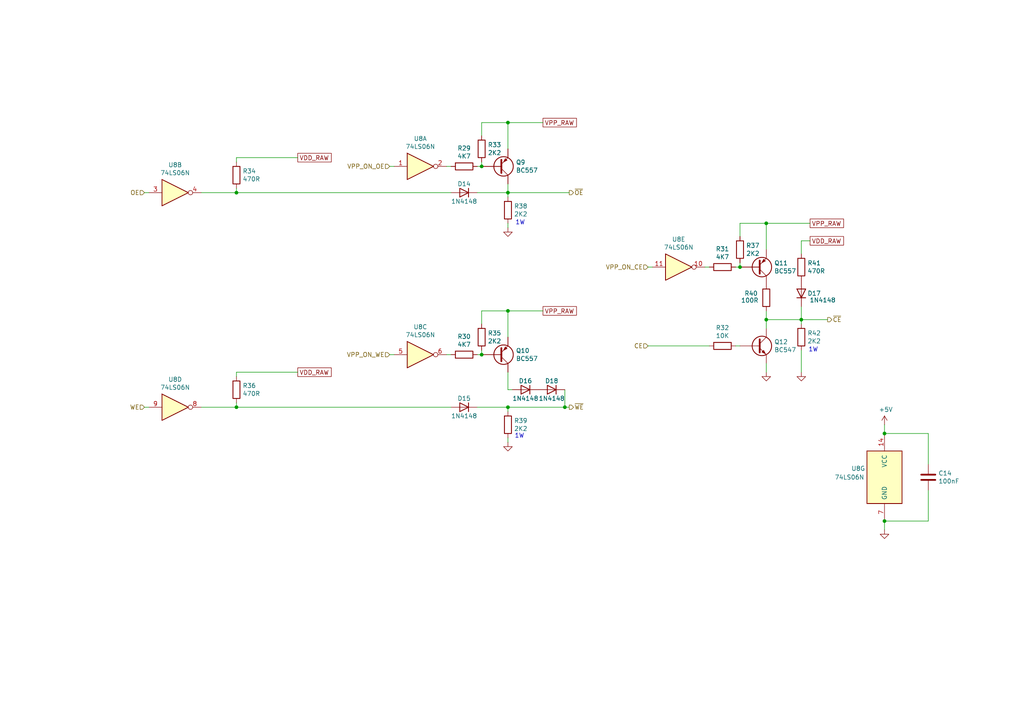
<source format=kicad_sch>
(kicad_sch (version 20231120) (generator "eeschema") (generator_version "8.0")
  (paper "A4")
  (title_block (title "USB Flash/EPROM Programmer") (date "2024-02-01") (rev "v0.3.0") (company "Robson Martins") (comment 1 "https://usbflashprog.robsonmartins.com"))
  (lib_symbols
    (symbol "74xx:74LS06N" (pin_names (offset 1.016))
      (property "Reference" "U" (at 0 1.27 0))
      (property "Value" "74LS06N" (at 0 -1.27 0))
      (symbol "74LS06N_1_0"
        (polyline (pts (xy -3.81 3.81) (xy -3.81 -3.81) (xy 3.81 0) (xy -3.81 3.81)) (stroke (width 0.254)) (fill (type background)))
        (pin input line (at -7.62 0 0) (length 3.81) (name "~") (number "1"))
        (pin open_collector inverted (at 7.62 0 180) (length 3.81) (name "~") (number "2"))
      )
      (symbol "74LS06N_2_0"
        (polyline (pts (xy -3.81 3.81) (xy -3.81 -3.81) (xy 3.81 0) (xy -3.81 3.81)) (stroke (width 0.254)) (fill (type background)))
        (pin input line (at -7.62 0 0) (length 3.81) (name "~") (number "3"))
        (pin open_collector inverted (at 7.62 0 180) (length 3.81) (name "~") (number "4"))
      )
      (symbol "74LS06N_3_0"
        (polyline (pts (xy -3.81 3.81) (xy -3.81 -3.81) (xy 3.81 0) (xy -3.81 3.81)) (stroke (width 0.254)) (fill (type background)))
        (pin input line (at -7.62 0 0) (length 3.81) (name "~") (number "5"))
        (pin open_collector inverted (at 7.62 0 180) (length 3.81) (name "~") (number "6"))
      )
      (symbol "74LS06N_4_0"
        (polyline (pts (xy -3.81 3.81) (xy -3.81 -3.81) (xy 3.81 0) (xy -3.81 3.81)) (stroke (width 0.254)) (fill (type background)))
        (pin open_collector inverted (at 7.62 0 180) (length 3.81) (name "~") (number "8"))
        (pin input line (at -7.62 0 0) (length 3.81) (name "~") (number "9"))
      )
      (symbol "74LS06N_5_0"
        (polyline (pts (xy -3.81 3.81) (xy -3.81 -3.81) (xy 3.81 0) (xy -3.81 3.81)) (stroke (width 0.254)) (fill (type background)))
        (pin open_collector inverted (at 7.62 0 180) (length 3.81) (name "~") (number "10"))
        (pin input line (at -7.62 0 0) (length 3.81) (name "~") (number "11"))
      )
      (symbol "74LS06N_6_0"
        (polyline (pts (xy -3.81 3.81) (xy -3.81 -3.81) (xy 3.81 0) (xy -3.81 3.81)) (stroke (width 0.254)) (fill (type background)))
        (pin open_collector inverted (at 7.62 0 180) (length 3.81) (name "~") (number "12"))
        (pin input line (at -7.62 0 0) (length 3.81) (name "~") (number "13"))
      )
      (symbol "74LS06N_7_0"
        (pin power_in line (at 0 12.7 270) (length 5.08) (name "VCC") (number "14"))
        (pin power_in line (at 0 -12.7 90) (length 5.08) (name "GND") (number "7"))
      )
      (symbol "74LS06N_7_1"
        (rectangle (start -5.08 7.62) (end 5.08 -7.62) (stroke (width 0.254)) (fill (type background)))
      )
    )
    (symbol "BC557_1" (pin_numbers hide) (pin_names (offset 0) hide)
      (property "Reference" "Q" (at 5.08 1.905 0))
      (property "Value" "BC557_1" (at 5.08 0 0))
      (symbol "BC557_1_0_1"
        (polyline (pts (xy 0.635 0.635) (xy 2.54 2.54)))
        (polyline (pts (xy 0.635 -0.635) (xy 2.54 -2.54) (xy 2.54 -2.54)))
        (polyline (pts (xy 0.635 1.905) (xy 0.635 -1.905) (xy 0.635 -1.905)) (stroke (width 0.508)))
        (polyline (pts (xy 2.286 -1.778) (xy 1.778 -2.286) (xy 1.27 -1.27) (xy 2.286 -1.778) (xy 2.286 -1.778)) (fill (type outline)))
        (circle (center 1.27 0) (radius 2.8194) (stroke (width 0.254)))
      )
      (symbol "BC557_1_1_1"
        (pin passive line (at 2.54 5.08 270) (length 2.54) (name "C") (number "1"))
        (pin input line (at -5.08 0 0) (length 5.715) (name "B") (number "2"))
        (pin passive line (at 2.54 -5.08 90) (length 2.54) (name "E") (number "3"))
      )
    )
    (symbol "BC557_2" (pin_numbers hide) (pin_names (offset 0) hide)
      (property "Reference" "Q" (at 5.08 1.905 0))
      (property "Value" "BC557_2" (at 5.08 0 0))
      (symbol "BC557_2_0_1"
        (polyline (pts (xy 0.635 0.635) (xy 2.54 2.54)))
        (polyline (pts (xy 0.635 -0.635) (xy 2.54 -2.54) (xy 2.54 -2.54)))
        (polyline (pts (xy 0.635 1.905) (xy 0.635 -1.905) (xy 0.635 -1.905)) (stroke (width 0.508)))
        (polyline (pts (xy 2.286 -1.778) (xy 1.778 -2.286) (xy 1.27 -1.27) (xy 2.286 -1.778) (xy 2.286 -1.778)) (fill (type outline)))
        (circle (center 1.27 0) (radius 2.8194) (stroke (width 0.254)))
      )
      (symbol "BC557_2_1_1"
        (pin passive line (at 2.54 5.08 270) (length 2.54) (name "C") (number "1"))
        (pin input line (at -5.08 0 0) (length 5.715) (name "B") (number "2"))
        (pin passive line (at 2.54 -5.08 90) (length 2.54) (name "E") (number "3"))
      )
    )
    (symbol "Device:C" (pin_numbers hide) (pin_names (offset 0.254))
      (property "Reference" "C" (at 0.635 2.54 0))
      (property "Value" "C" (at 0.635 -2.54 0))
      (symbol "C_0_1"
        (polyline (pts (xy -2.032 -0.762) (xy 2.032 -0.762)) (stroke (width 0.508)))
        (polyline (pts (xy -2.032 0.762) (xy 2.032 0.762)) (stroke (width 0.508)))
      )
      (symbol "C_1_1"
        (pin passive line (at 0 3.81 270) (length 2.794) (name "~") (number "1"))
        (pin passive line (at 0 -3.81 90) (length 2.794) (name "~") (number "2"))
      )
    )
    (symbol "Device:R" (pin_numbers hide) (pin_names (offset 0))
      (property "Reference" "R" (at 2.032 0 90))
      (property "Value" "R" (at 0 0 90))
      (symbol "R_0_1"
        (rectangle (start -1.016 -2.54) (end 1.016 2.54) (stroke (width 0.254)))
      )
      (symbol "R_1_1"
        (pin passive line (at 0 3.81 270) (length 1.27) (name "~") (number "1"))
        (pin passive line (at 0 -3.81 90) (length 1.27) (name "~") (number "2"))
      )
    )
    (symbol "Diode:1N4148" (pin_numbers hide) (pin_names (offset 1.016) hide)
      (property "Reference" "D" (at 0 2.54 0))
      (property "Value" "1N4148" (at 0 -2.54 0))
      (symbol "1N4148_0_1"
        (polyline (pts (xy -1.27 1.27) (xy -1.27 -1.27)) (stroke (width 0.254)))
        (polyline (pts (xy 1.27 0) (xy -1.27 0)))
        (polyline (pts (xy 1.27 1.27) (xy 1.27 -1.27) (xy -1.27 0) (xy 1.27 1.27)) (stroke (width 0.254)))
      )
      (symbol "1N4148_1_1"
        (pin passive line (at -3.81 0 0) (length 2.54) (name "K") (number "1"))
        (pin passive line (at 3.81 0 180) (length 2.54) (name "A") (number "2"))
      )
    )
    (symbol "Transistor_BJT:BC547" (pin_numbers hide) (pin_names (offset 0) hide)
      (property "Reference" "Q" (at 5.08 1.905 0))
      (property "Value" "BC547" (at 5.08 0 0))
      (symbol "BC547_0_1"
        (polyline (pts (xy 0 0) (xy 0.635 0)))
        (polyline (pts (xy 0.635 0.635) (xy 2.54 2.54)))
        (polyline (pts (xy 0.635 -0.635) (xy 2.54 -2.54) (xy 2.54 -2.54)))
        (polyline (pts (xy 0.635 1.905) (xy 0.635 -1.905) (xy 0.635 -1.905)) (stroke (width 0.508)))
        (polyline (pts (xy 1.27 -1.778) (xy 1.778 -1.27) (xy 2.286 -2.286) (xy 1.27 -1.778) (xy 1.27 -1.778)) (fill (type outline)))
        (circle (center 1.27 0) (radius 2.8194) (stroke (width 0.254)))
      )
      (symbol "BC547_1_1"
        (pin passive line (at 2.54 5.08 270) (length 2.54) (name "C") (number "1"))
        (pin input line (at -5.08 0 0) (length 5.08) (name "B") (number "2"))
        (pin passive line (at 2.54 -5.08 90) (length 2.54) (name "E") (number "3"))
      )
    )
    (symbol "Transistor_BJT:BC557" (pin_numbers hide) (pin_names (offset 0) hide)
      (property "Reference" "Q" (at 5.08 1.905 0))
      (property "Value" "BC557" (at 5.08 0 0))
      (symbol "BC557_0_1"
        (polyline (pts (xy 0.635 0.635) (xy 2.54 2.54)))
        (polyline (pts (xy 0.635 -0.635) (xy 2.54 -2.54) (xy 2.54 -2.54)))
        (polyline (pts (xy 0.635 1.905) (xy 0.635 -1.905) (xy 0.635 -1.905)) (stroke (width 0.508)))
        (polyline (pts (xy 2.286 -1.778) (xy 1.778 -2.286) (xy 1.27 -1.27) (xy 2.286 -1.778) (xy 2.286 -1.778)) (fill (type outline)))
        (circle (center 1.27 0) (radius 2.8194) (stroke (width 0.254)))
      )
      (symbol "BC557_1_1"
        (pin passive line (at 2.54 5.08 270) (length 2.54) (name "C") (number "1"))
        (pin input line (at -5.08 0 0) (length 5.715) (name "B") (number "2"))
        (pin passive line (at 2.54 -5.08 90) (length 2.54) (name "E") (number "3"))
      )
    )
    (symbol "power:+5V" (power) (pin_names (offset 0))
      (property "Value" "+5V" (at 0 3.556 0))
      (symbol "+5V_0_1"
        (polyline (pts (xy -0.762 1.27) (xy 0 2.54)))
        (polyline (pts (xy 0 0) (xy 0 2.54)))
        (polyline (pts (xy 0 2.54) (xy 0.762 1.27)))
      )
      (symbol "+5V_1_1"
        (pin power_in line (at 0 0 90) (length 0) hide (name "+5V") (number "1"))
      )
    )
    (symbol "power:GND" (power) (pin_names (offset 0))
      (property "Value" "GND" (at 0 -3.81 0))
      (symbol "GND_0_1"
        (polyline (pts (xy 0 0) (xy 0 -1.27) (xy 1.27 -1.27) (xy 0 -2.54) (xy -1.27 -1.27) (xy 0 -1.27)))
      )
      (symbol "GND_1_1"
        (pin power_in line (at 0 0 270) (length 0) hide (name "GND") (number "1"))
      )
    )
  )
  (junction (at 147.32 118.11))
  (junction (at 147.32 55.88))
  (junction (at 256.54 125.73))
  (junction (at 147.32 90.17))
  (junction (at 68.58 118.11))
  (junction (at 163.83 118.11))
  (junction (at 214.63 77.47))
  (junction (at 68.58 55.88))
  (junction (at 147.32 35.56))
  (junction (at 256.54 151.13))
  (junction (at 232.41 92.71))
  (junction (at 222.25 64.77))
  (junction (at 139.7 48.26))
  (junction (at 222.25 92.71))
  (junction (at 139.7 102.87))
  (wire (pts (xy 222.25 95.25) (xy 222.25 92.71)))
  (wire (pts (xy 139.7 90.17) (xy 147.32 90.17)))
  (wire (pts (xy 222.25 64.77) (xy 234.95 64.77)))
  (wire (pts (xy 147.32 55.88) (xy 147.32 57.15)))
  (wire (pts (xy 147.32 55.88) (xy 165.1 55.88)))
  (wire (pts (xy 68.58 54.61) (xy 68.58 55.88)))
  (wire (pts (xy 269.24 151.13) (xy 269.24 142.24)))
  (wire (pts (xy 138.43 55.88) (xy 147.32 55.88)))
  (wire (pts (xy 139.7 35.56) (xy 139.7 39.37)))
  (wire (pts (xy 129.54 102.87) (xy 130.81 102.87)))
  (wire (pts (xy 222.25 92.71) (xy 232.41 92.71)))
  (wire (pts (xy 232.41 69.85) (xy 232.41 73.66)))
  (wire (pts (xy 147.32 127) (xy 147.32 128.27)))
  (wire (pts (xy 68.58 45.72) (xy 86.36 45.72)))
  (wire (pts (xy 68.58 107.95) (xy 86.36 107.95)))
  (wire (pts (xy 213.36 77.47) (xy 214.63 77.47)))
  (wire (pts (xy 163.83 113.03) (xy 163.83 118.11)))
  (wire (pts (xy 232.41 101.6) (xy 232.41 107.95)))
  (wire (pts (xy 138.43 48.26) (xy 139.7 48.26)))
  (wire (pts (xy 147.32 35.56) (xy 157.48 35.56)))
  (wire (pts (xy 256.54 151.13) (xy 269.24 151.13)))
  (wire (pts (xy 269.24 125.73) (xy 269.24 134.62)))
  (wire (pts (xy 41.91 55.88) (xy 43.18 55.88)))
  (wire (pts (xy 147.32 118.11) (xy 163.83 118.11)))
  (wire (pts (xy 68.58 55.88) (xy 130.81 55.88)))
  (wire (pts (xy 139.7 101.6) (xy 139.7 102.87)))
  (wire (pts (xy 187.96 77.47) (xy 189.23 77.47)))
  (wire (pts (xy 147.32 90.17) (xy 147.32 97.79)))
  (wire (pts (xy 147.32 53.34) (xy 147.32 55.88)))
  (wire (pts (xy 187.96 100.33) (xy 205.74 100.33)))
  (wire (pts (xy 41.91 118.11) (xy 43.18 118.11)))
  (wire (pts (xy 147.32 113.03) (xy 148.59 113.03)))
  (wire (pts (xy 232.41 69.85) (xy 234.95 69.85)))
  (wire (pts (xy 232.41 93.98) (xy 232.41 92.71)))
  (wire (pts (xy 147.32 118.11) (xy 147.32 119.38)))
  (wire (pts (xy 163.83 118.11) (xy 165.1 118.11)))
  (wire (pts (xy 232.41 92.71) (xy 240.03 92.71)))
  (wire (pts (xy 139.7 35.56) (xy 147.32 35.56)))
  (wire (pts (xy 68.58 118.11) (xy 130.81 118.11)))
  (wire (pts (xy 147.32 107.95) (xy 147.32 113.03)))
  (wire (pts (xy 256.54 153.67) (xy 256.54 151.13)))
  (wire (pts (xy 147.32 64.77) (xy 147.32 66.04)))
  (wire (pts (xy 68.58 116.84) (xy 68.58 118.11)))
  (wire (pts (xy 58.42 55.88) (xy 68.58 55.88)))
  (wire (pts (xy 213.36 100.33) (xy 214.63 100.33)))
  (wire (pts (xy 68.58 109.22) (xy 68.58 107.95)))
  (wire (pts (xy 139.7 46.99) (xy 139.7 48.26)))
  (wire (pts (xy 139.7 90.17) (xy 139.7 93.98)))
  (wire (pts (xy 204.47 77.47) (xy 205.74 77.47)))
  (wire (pts (xy 68.58 46.99) (xy 68.58 45.72)))
  (wire (pts (xy 222.25 105.41) (xy 222.25 107.95)))
  (wire (pts (xy 256.54 125.73) (xy 269.24 125.73)))
  (wire (pts (xy 147.32 35.56) (xy 147.32 43.18)))
  (wire (pts (xy 222.25 90.17) (xy 222.25 92.71)))
  (wire (pts (xy 58.42 118.11) (xy 68.58 118.11)))
  (wire (pts (xy 214.63 76.2) (xy 214.63 77.47)))
  (wire (pts (xy 214.63 64.77) (xy 214.63 68.58)))
  (wire (pts (xy 113.03 102.87) (xy 114.3 102.87)))
  (wire (pts (xy 232.41 88.9) (xy 232.41 92.71)))
  (wire (pts (xy 113.03 48.26) (xy 114.3 48.26)))
  (wire (pts (xy 214.63 64.77) (xy 222.25 64.77)))
  (wire (pts (xy 256.54 125.73) (xy 256.54 123.19)))
  (wire (pts (xy 129.54 48.26) (xy 130.81 48.26)))
  (wire (pts (xy 138.43 118.11) (xy 147.32 118.11)))
  (wire (pts (xy 222.25 64.77) (xy 222.25 72.39)))
  (wire (pts (xy 147.32 90.17) (xy 157.48 90.17)))
  (wire (pts (xy 138.43 102.87) (xy 139.7 102.87)))
  (text "1W" (at 234.4573 102.2384 0) (effects (font (size 1.27 1.27)) (justify left bottom)))
  (text "1W" (at 149.2446 127.2591 0) (effects (font (size 1.27 1.27)) (justify left bottom)))
  (text "1W" (at 149.4538 65.3726 0) (effects (font (size 1.27 1.27)) (justify left bottom)))
  (global_label "VPP_RAW" (shape passive) (at 234.95 64.77 0) (property "Intersheetrefs" "${INTERSHEET_REFS}" (effects (hide yes))))
  (global_label "VDD_RAW" (shape passive) (at 234.95 69.85 0) (property "Intersheetrefs" "${INTERSHEET_REFS}" (effects (hide yes))))
  (global_label "VDD_RAW" (shape passive) (at 86.36 107.95 0) (property "Intersheetrefs" "${INTERSHEET_REFS}" (effects (hide yes))))
  (global_label "VPP_RAW" (shape passive) (at 157.48 35.56 0) (property "Intersheetrefs" "${INTERSHEET_REFS}" (effects (hide yes))))
  (global_label "VDD_RAW" (shape passive) (at 86.36 45.72 0) (property "Intersheetrefs" "${INTERSHEET_REFS}" (effects (hide yes))))
  (global_label "VPP_RAW" (shape passive) (at 157.48 90.17 0) (property "Intersheetrefs" "${INTERSHEET_REFS}" (effects (hide yes))))
  (hierarchical_label "~{WE}" (shape output) (at 165.1 118.11 0))
  (hierarchical_label "WE" (shape input) (at 41.91 118.11 180))
  (hierarchical_label "~{CE}" (shape output) (at 240.03 92.71 0))
  (hierarchical_label "VPP_ON_CE" (shape input) (at 187.96 77.47 180))
  (hierarchical_label "OE" (shape input) (at 41.91 55.88 180))
  (hierarchical_label "VPP_ON_WE" (shape input) (at 113.03 102.87 180))
  (hierarchical_label "VPP_ON_OE" (shape input) (at 113.03 48.26 180))
  (hierarchical_label "~{OE}" (shape output) (at 165.1 55.88 0))
  (hierarchical_label "CE" (shape input) (at 187.96 100.33 180))
  (symbol (lib_id "74xx:74LS06N") (at 121.92 48.26 0) (unit 1)
    (property "Reference" "U8" (at 121.92 40.2082 0))
    (property "Value" "74LS06N" (at 121.92 42.5196 0))
    (property "Footprint" "Package_DIP:DIP-14_W7.62mm" (effects (hide yes)))
    (property "Datasheet" "http://www.ti.com/lit/gpn/sn74LS06N" (effects (hide yes)))
  )
  (symbol (lib_id "Device:R") (at 134.62 48.26 90) (unit 1)
    (property "Reference" "R29" (at 134.62 43.0022 90))
    (property "Value" "4K7" (at 134.62 45.3136 90))
    (property "Footprint" "Resistor_THT:R_Axial_DIN0204_L3.6mm_D1.6mm_P7.62mm_Horizontal" (effects (hide yes)))
  )
  (symbol (lib_id "Device:R") (at 139.7 43.18 0) (unit 1)
    (property "Reference" "R33" (at 141.478 42.0116 0) (effects (justify left)))
    (property "Value" "2K2" (at 141.478 44.323 0) (effects (justify left)))
    (property "Footprint" "Resistor_THT:R_Axial_DIN0204_L3.6mm_D1.6mm_P7.62mm_Horizontal" (effects (hide yes)))
  )
  (symbol (lib_id "Device:R") (at 147.32 60.96 0) (unit 1)
    (property "Reference" "R38" (at 149.098 59.7916 0) (effects (justify left)))
    (property "Value" "2K2" (at 149.098 62.103 0) (effects (justify left)))
    (property "Footprint" "Resistor_THT:R_Axial_DIN0204_L3.6mm_D1.6mm_P7.62mm_Horizontal" (effects (hide yes)))
  )
  (symbol (lib_id "Diode:1N4148") (at 134.62 55.88 180) (unit 1)
    (property "Reference" "D14" (at 134.62 53.34 0))
    (property "Value" "1N4148" (at 134.62 58.42 0))
    (property "Footprint" "Diode_THT:D_DO-34_SOD68_P7.62mm_Horizontal" (effects (hide yes)))
    (property "Datasheet" "https://assets.nexperia.com/documents/data-sheet/1N4148_1N4448.pdf" (effects (hide yes)))
  )
  (symbol (lib_name "BC557_1") (lib_id "Transistor_BJT:BC557") (at 144.78 48.26 0) (mirror x) (unit 1)
    (property "Reference" "Q9" (at 149.6314 47.0916 0) (effects (justify left)))
    (property "Value" "BC557" (at 149.6314 49.403 0) (effects (justify left)))
    (property "Footprint" "Package_TO_SOT_THT:TO-92_Inline_Wide" (effects (hide yes)))
    (property "Datasheet" "https://www.onsemi.com/pub/Collateral/BC556BTA-D.pdf" (effects (hide yes)))
  )
  (symbol (lib_id "power:GND") (at 147.32 66.04 0) (unit 1)
    (property "Reference" "#PWR052" (effects (hide yes)))
    (property "Value" "GND" (effects (hide yes)))
  )
  (symbol (lib_id "Device:R") (at 68.58 50.8 0) (unit 1)
    (property "Reference" "R34" (at 70.358 49.6316 0) (effects (justify left)))
    (property "Value" "470R" (at 70.358 51.943 0) (effects (justify left)))
    (property "Footprint" "Resistor_THT:R_Axial_DIN0204_L3.6mm_D1.6mm_P7.62mm_Horizontal" (effects (hide yes)))
  )
  (symbol (lib_id "74xx:74LS06N") (at 50.8 55.88 0) (unit 2)
    (property "Reference" "U8" (at 50.8 47.8282 0))
    (property "Value" "74LS06N" (at 50.8 50.1396 0))
    (property "Footprint" "Package_DIP:DIP-14_W7.62mm" (effects (hide yes)))
    (property "Datasheet" "http://www.ti.com/lit/gpn/sn74LS06N" (effects (hide yes)))
  )
  (symbol (lib_id "74xx:74LS06N") (at 121.92 102.87 0) (unit 3)
    (property "Reference" "U8" (at 121.92 94.8182 0))
    (property "Value" "74LS06N" (at 121.92 97.1296 0))
    (property "Footprint" "Package_DIP:DIP-14_W7.62mm" (effects (hide yes)))
    (property "Datasheet" "http://www.ti.com/lit/gpn/sn74LS06N" (effects (hide yes)))
  )
  (symbol (lib_id "Device:R") (at 134.62 102.87 90) (unit 1)
    (property "Reference" "R30" (at 134.62 97.6122 90))
    (property "Value" "4K7" (at 134.62 99.9236 90))
    (property "Footprint" "Resistor_THT:R_Axial_DIN0204_L3.6mm_D1.6mm_P7.62mm_Horizontal" (effects (hide yes)))
  )
  (symbol (lib_id "Device:R") (at 139.7 97.79 0) (unit 1)
    (property "Reference" "R35" (at 141.478 96.6216 0) (effects (justify left)))
    (property "Value" "2K2" (at 141.478 98.933 0) (effects (justify left)))
    (property "Footprint" "Resistor_THT:R_Axial_DIN0204_L3.6mm_D1.6mm_P7.62mm_Horizontal" (effects (hide yes)))
  )
  (symbol (lib_id "Device:R") (at 147.32 123.19 0) (unit 1)
    (property "Reference" "R39" (at 149.098 122.0216 0) (effects (justify left)))
    (property "Value" "2K2" (at 149.098 124.333 0) (effects (justify left)))
    (property "Footprint" "Resistor_THT:R_Axial_DIN0204_L3.6mm_D1.6mm_P7.62mm_Horizontal" (effects (hide yes)))
  )
  (symbol (lib_id "Diode:1N4148") (at 134.62 118.11 180) (unit 1)
    (property "Reference" "D15" (at 134.62 115.57 0))
    (property "Value" "1N4148" (at 134.62 120.65 0))
    (property "Footprint" "Diode_THT:D_DO-34_SOD68_P7.62mm_Horizontal" (effects (hide yes)))
    (property "Datasheet" "https://assets.nexperia.com/documents/data-sheet/1N4148_1N4448.pdf" (effects (hide yes)))
  )
  (symbol (lib_name "BC557_2") (lib_id "Transistor_BJT:BC557") (at 144.78 102.87 0) (mirror x) (unit 1)
    (property "Reference" "Q10" (at 149.6314 101.7016 0) (effects (justify left)))
    (property "Value" "BC557" (at 149.6314 104.013 0) (effects (justify left)))
    (property "Footprint" "Package_TO_SOT_THT:TO-92_Inline_Wide" (effects (hide yes)))
    (property "Datasheet" "https://www.onsemi.com/pub/Collateral/BC556BTA-D.pdf" (effects (hide yes)))
  )
  (symbol (lib_id "power:GND") (at 147.32 128.27 0) (unit 1)
    (property "Reference" "#PWR053" (effects (hide yes)))
    (property "Value" "GND" (effects (hide yes)))
  )
  (symbol (lib_id "Device:R") (at 68.58 113.03 0) (unit 1)
    (property "Reference" "R36" (at 70.358 111.8616 0) (effects (justify left)))
    (property "Value" "470R" (at 70.358 114.173 0) (effects (justify left)))
    (property "Footprint" "Resistor_THT:R_Axial_DIN0204_L3.6mm_D1.6mm_P7.62mm_Horizontal" (effects (hide yes)))
  )
  (symbol (lib_id "74xx:74LS06N") (at 50.8 118.11 0) (unit 4)
    (property "Reference" "U8" (at 50.8 110.0582 0))
    (property "Value" "74LS06N" (at 50.8 112.3696 0))
    (property "Footprint" "Package_DIP:DIP-14_W7.62mm" (effects (hide yes)))
    (property "Datasheet" "http://www.ti.com/lit/gpn/sn74LS06N" (effects (hide yes)))
  )
  (symbol (lib_id "Diode:1N4148") (at 152.4 113.03 180) (unit 1)
    (property "Reference" "D16" (at 152.4 110.49 0))
    (property "Value" "1N4148" (at 152.4 115.57 0))
    (property "Footprint" "Diode_THT:D_DO-34_SOD68_P7.62mm_Horizontal" (effects (hide yes)))
    (property "Datasheet" "https://assets.nexperia.com/documents/data-sheet/1N4148_1N4448.pdf" (effects (hide yes)))
  )
  (symbol (lib_id "Diode:1N4148") (at 160.02 113.03 180) (unit 1)
    (property "Reference" "D18" (at 160.02 110.49 0))
    (property "Value" "1N4148" (at 160.02 115.57 0))
    (property "Footprint" "Diode_THT:D_DO-34_SOD68_P7.62mm_Horizontal" (effects (hide yes)))
    (property "Datasheet" "https://assets.nexperia.com/documents/data-sheet/1N4148_1N4448.pdf" (effects (hide yes)))
  )
  (symbol (lib_id "74xx:74LS06N") (at 196.85 77.47 0) (unit 5)
    (property "Reference" "U8" (at 196.85 69.4182 0))
    (property "Value" "74LS06N" (at 196.85 71.7296 0))
    (property "Footprint" "Package_DIP:DIP-14_W7.62mm" (effects (hide yes)))
    (property "Datasheet" "http://www.ti.com/lit/gpn/sn74LS06N" (effects (hide yes)))
  )
  (symbol (lib_id "Device:R") (at 209.55 77.47 90) (unit 1)
    (property "Reference" "R31" (at 209.55 72.2122 90))
    (property "Value" "4K7" (at 209.55 74.5236 90))
    (property "Footprint" "Resistor_THT:R_Axial_DIN0204_L3.6mm_D1.6mm_P7.62mm_Horizontal" (effects (hide yes)))
  )
  (symbol (lib_id "Device:R") (at 214.63 72.39 0) (unit 1)
    (property "Reference" "R37" (at 216.408 71.2216 0) (effects (justify left)))
    (property "Value" "2K2" (at 216.408 73.533 0) (effects (justify left)))
    (property "Footprint" "Resistor_THT:R_Axial_DIN0204_L3.6mm_D1.6mm_P7.62mm_Horizontal" (effects (hide yes)))
  )
  (symbol (lib_id "Device:R") (at 232.41 97.79 0) (unit 1)
    (property "Reference" "R42" (at 234.188 96.6216 0) (effects (justify left)))
    (property "Value" "2K2" (at 234.188 98.933 0) (effects (justify left)))
    (property "Footprint" "Resistor_THT:R_Axial_DIN0204_L3.6mm_D1.6mm_P7.62mm_Horizontal" (effects (hide yes)))
  )
  (symbol (lib_id "Transistor_BJT:BC557") (at 219.71 77.47 0) (mirror x) (unit 1)
    (property "Reference" "Q11" (at 224.5614 76.3016 0) (effects (justify left)))
    (property "Value" "BC557" (at 224.5614 78.613 0) (effects (justify left)))
    (property "Footprint" "Package_TO_SOT_THT:TO-92_Inline_Wide" (effects (hide yes)))
    (property "Datasheet" "https://www.onsemi.com/pub/Collateral/BC556BTA-D.pdf" (effects (hide yes)))
  )
  (symbol (lib_id "power:GND") (at 232.41 107.95 0) (unit 1)
    (property "Reference" "#PWR055" (effects (hide yes)))
    (property "Value" "GND" (effects (hide yes)))
  )
  (symbol (lib_id "Diode:1N4148") (at 232.41 85.09 90) (unit 1)
    (property "Reference" "D17" (at 236.1438 85.09 90))
    (property "Value" "1N4148" (at 238.6076 87.0458 90))
    (property "Footprint" "Diode_THT:D_DO-34_SOD68_P7.62mm_Horizontal" (effects (hide yes)))
    (property "Datasheet" "https://assets.nexperia.com/documents/data-sheet/1N4148_1N4448.pdf" (effects (hide yes)))
  )
  (symbol (lib_id "Device:R") (at 222.25 86.36 180) (unit 1)
    (property "Reference" "R40" (at 217.845 85.1036 0))
    (property "Value" "100R" (at 217.4564 87.1117 0))
    (property "Footprint" "Resistor_THT:R_Axial_DIN0204_L3.6mm_D1.6mm_P7.62mm_Horizontal" (effects (hide yes)))
  )
  (symbol (lib_id "Device:R") (at 232.41 77.47 0) (unit 1)
    (property "Reference" "R41" (at 234.188 76.3016 0) (effects (justify left)))
    (property "Value" "470R" (at 234.188 78.613 0) (effects (justify left)))
    (property "Footprint" "Resistor_THT:R_Axial_DIN0204_L3.6mm_D1.6mm_P7.62mm_Horizontal" (effects (hide yes)))
  )
  (symbol (lib_id "Transistor_BJT:BC547") (at 219.71 100.33 0) (unit 1)
    (property "Reference" "Q12" (at 224.5614 99.1616 0) (effects (justify left)))
    (property "Value" "BC547" (at 224.5614 101.473 0) (effects (justify left)))
    (property "Footprint" "Package_TO_SOT_THT:TO-92_Inline_Wide" (effects (hide yes)))
    (property "Datasheet" "https://www.onsemi.com/pub/Collateral/BC550-D.pdf" (effects (hide yes)))
  )
  (symbol (lib_id "Device:R") (at 209.55 100.33 90) (unit 1)
    (property "Reference" "R32" (at 209.55 95.0722 90))
    (property "Value" "10K" (at 209.55 97.3836 90))
    (property "Footprint" "Resistor_THT:R_Axial_DIN0204_L3.6mm_D1.6mm_P7.62mm_Horizontal" (effects (hide yes)))
  )
  (symbol (lib_id "power:GND") (at 222.25 107.95 0) (unit 1)
    (property "Reference" "#PWR054" (effects (hide yes)))
    (property "Value" "GND" (effects (hide yes)))
  )
  (symbol (lib_id "74xx:74LS06N") (at 256.54 138.43 0) (unit 7)
    (property "Reference" "U8" (at 248.92 135.89 0))
    (property "Value" "74LS06N" (at 246.38 138.43 0))
    (property "Footprint" "Package_DIP:DIP-14_W7.62mm" (effects (hide yes)))
    (property "Datasheet" "http://www.ti.com/lit/gpn/sn74LS06N" (effects (hide yes)))
  )
  (symbol (lib_id "power:GND") (at 256.54 153.67 0) (unit 1)
    (property "Reference" "#PWR057" (effects (hide yes)))
    (property "Value" "GND" (effects (hide yes)))
  )
  (symbol (lib_id "power:+5V") (at 256.54 123.19 0) (unit 1)
    (property "Reference" "#PWR056" (effects (hide yes)))
    (property "Value" "+5V" (at 256.921 118.7958 0))
  )
  (symbol (lib_id "Device:C") (at 269.24 138.43 0) (unit 1)
    (property "Reference" "C14" (at 272.161 137.2616 0) (effects (justify left)))
    (property "Value" "100nF" (at 272.161 139.573 0) (effects (justify left)))
    (property "Footprint" "Capacitor_THT:C_Disc_D5.0mm_W2.5mm_P5.00mm" (effects (hide yes)))
  )
)
</source>
